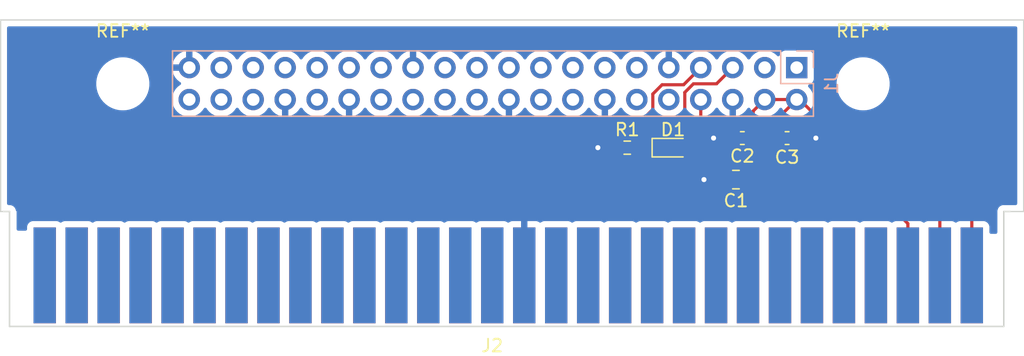
<source format=kicad_pcb>
(kicad_pcb (version 20211014) (generator pcbnew)
  (layers (0 "F.Cu" signal) (31 "B.Cu" signal) (34 "B.Paste" user) (35 "F.Paste" user) (36 "B.SilkS" user "B.Silkscreen") (37 "F.SilkS" user "F.Silkscreen") (38 "B.Mask" user) (39 "F.Mask" user) (44 "Edge.Cuts" user))
  (net 0 "")
  (net 1 "+5V")
  (net 2 "GND")
  (net 3 "Net-(D1-Pad1)")
  (net 4 "Net-(D1-Pad2)")
  (net 7 "POWER")
  (net 8 "FAN_CTRL")
  (footprint "Capacitor_SMD:C_0805_2012Metric_Pad1.18x1.45mm_HandSolder" (layer "F.Cu") (at 165.1 88.9 180)
    (fp_text reference "C1" (at 0 -1.68) (layer "F.SilkS"))
    (fp_text value "10uF")
    (fp_line (start -0.261252 -0.735) (end 0.261252 -0.735) (layer "F.SilkS") (width 0.12))
    (fp_line (start -0.261252 0.735) (end 0.261252 0.735) (layer "F.SilkS") (width 0.12))
    (pad "1" smd roundrect locked (at -1.0375 0 180) (size 1.175 1.45) (layers "F.Cu" "F.Paste" "F.Mask") (roundrect_rratio 0.212766) (net 1 "+5V"))
    (pad "2" smd roundrect locked (at 1.0375 0 180) (size 1.175 1.45) (layers "F.Cu" "F.Paste" "F.Mask") (roundrect_rratio 0.212766) (net 2 "GND"))
  )
  (footprint "Capacitor_SMD:C_0603_1608Metric_Pad1.08x0.95mm_HandSolder" (layer "F.Cu") (at 165.608 85.598 180)
    (fp_text reference "C2" (at 0 -1.43) (layer "F.SilkS"))
    (fp_text value "10nF")
    (fp_line (start -0.146267 0.51) (end 0.146267 0.51) (layer "F.SilkS") (width 0.12))
    (fp_line (start -0.146267 -0.51) (end 0.146267 -0.51) (layer "F.SilkS") (width 0.12))
    (pad "1" smd roundrect locked (at -0.8625 0 180) (size 1.075 0.95) (layers "F.Cu" "F.Paste" "F.Mask") (net 1 "+5V"))
    (pad "2" smd roundrect locked (at 0.8625 0 180) (size 1.075 0.95) (layers "F.Cu" "F.Paste" "F.Mask") (net 2 "GND"))
  )
  (footprint "LED_SMD:LED_0603_1608Metric_Pad1.05x0.95mm_HandSolder" (layer "F.Cu") (at 160.1 86.36)
    (fp_text reference "D1" (at 0 -1.43) (layer "F.SilkS"))
    (fp_text value "LED")
    (fp_line (start -1.66 0.735) (end 0.8 0.735) (layer "F.SilkS") (width 0.12))
    (fp_line (start -1.66 -0.735) (end -1.66 0.735) (layer "F.SilkS") (width 0.12))
    (fp_line (start 0.8 -0.735) (end -1.66 -0.735) (layer "F.SilkS") (width 0.12))
    (pad "1" smd roundrect locked (at -0.875 0) (size 1.05 0.95) (layers "F.Cu" "F.Paste" "F.Mask") (net 3 "Net-(D1-Pad1)"))
    (pad "2" smd roundrect locked (at 0.875 0) (size 1.05 0.95) (layers "F.Cu" "F.Paste" "F.Mask") (net 4 "Net-(D1-Pad2)"))
  )
  (footprint "MountingHole:MountingHole_3.2mm_M3" (layer "F.Cu") (at 116.388 81.28)
    (fp_text reference "REF**" (at 0 -4.2) (layer "F.SilkS"))
    (fp_text value "MountingHole_3.2mm_M3")
    (pad "" np_thru_hole circle locked (at 0 0) (size 3.2 3.2) (drill 3.2) (layers *.Cu *.Mask))
  )
  (footprint "Capacitor_SMD:C_0603_1608Metric_Pad1.08x0.95mm_HandSolder" (layer "F.Cu") (at 169.164 85.598)
    (fp_text reference "C3" (at 0 1.524) (layer "F.SilkS"))
    (fp_text value "10nF")
    (fp_line (start -0.146267 -0.51) (end 0.146267 -0.51) (layer "F.SilkS") (width 0.12))
    (fp_line (start -0.146267 0.51) (end 0.146267 0.51) (layer "F.SilkS") (width 0.12))
    (pad "1" smd roundrect locked (at -0.8625 0) (size 1.075 0.95) (layers "F.Cu" "F.Paste" "F.Mask") (net 1 "+5V"))
    (pad "2" smd roundrect locked (at 0.8625 0) (size 1.075 0.95) (layers "F.Cu" "F.Paste" "F.Mask") (net 2 "GND"))
  )
  (footprint "Connector_TheRLab:NES_PCBEdge" (layer "F.Cu") (at 145.74 96.52)
    (fp_text reference "J2" (at 0 5.588) (layer "F.SilkS"))
    (fp_text value "RPI")
    (fp_line (start 40.64 -5.08) (end 41.148 -5.08) (layer "Edge.Cuts") (width 0.12))
    (fp_line (start 40.64 4.064) (end -38.354 4.064) (layer "Edge.Cuts") (width 0.12))
    (fp_line (start 40.64 4.064) (end 40.64 -5.08) (layer "Edge.Cuts") (width 0.12))
    (fp_line (start -38.862 -5.08) (end -38.354 -5.08) (layer "Edge.Cuts") (width 0.12))
    (fp_line (start -38.354 -5.08) (end -38.354 4.064) (layer "Edge.Cuts") (width 0.12))
    (pad "1" connect rect locked (at 38.1 0) (size 1.78 7.62) (layers "B.Cu" "B.Mask") (net 1 "+5V"))
    (pad "1" connect rect locked (at 38.1 0) (size 1.78 7.62) (layers "F.Cu" "F.Mask") (net 1 "+5V"))
    (pad "2" connect rect locked (at 35.56 0) (size 1.78 7.62) (layers "B.Cu" "B.Mask") (net 7 "POWER"))
    (pad "2" connect rect locked (at 35.56 0) (size 1.78 7.62) (layers "F.Cu" "F.Mask") (net 7 "POWER"))
    (pad "3" connect rect locked (at 33.02 0) (size 1.78 7.62) (layers "B.Cu" "B.Mask") (net 8 "FAN_CTRL"))
    (pad "3" connect rect locked (at 33.02 0) (size 1.78 7.62) (layers "F.Cu" "F.Mask") (net 8 "FAN_CTRL"))
    (pad "4" connect rect locked (at 30.48 0) (size 1.78 7.62) (layers "F.Cu" "F.Mask"))
    (pad "4" connect rect locked (at 30.48 0) (size 1.78 7.62) (layers "B.Cu" "B.Mask"))
    (pad "5" connect rect locked (at 27.94 0) (size 1.78 7.62) (layers "F.Cu" "F.Mask"))
    (pad "5" connect rect locked (at 27.94 0) (size 1.78 7.62) (layers "B.Cu" "B.Mask"))
    (pad "6" connect rect locked (at 25.4 0) (size 1.78 7.62) (layers "F.Cu" "F.Mask"))
    (pad "6" connect rect locked (at 25.4 0) (size 1.78 7.62) (layers "B.Cu" "B.Mask"))
    (pad "7" connect rect locked (at 22.86 0) (size 1.78 7.62) (layers "F.Cu" "F.Mask"))
    (pad "7" connect rect locked (at 22.86 0) (size 1.78 7.62) (layers "B.Cu" "B.Mask"))
    (pad "8" connect rect locked (at 20.32 0) (size 1.78 7.62) (layers "B.Cu" "B.Mask"))
    (pad "8" connect rect locked (at 20.32 0) (size 1.78 7.62) (layers "F.Cu" "F.Mask"))
    (pad "9" connect rect locked (at 17.78 0) (size 1.78 7.62) (layers "B.Cu" "B.Mask"))
    (pad "9" connect rect locked (at 17.78 0) (size 1.78 7.62) (layers "F.Cu" "F.Mask"))
    (pad "10" connect rect locked (at 15.24 0) (size 1.78 7.62) (layers "B.Cu" "B.Mask"))
    (pad "10" connect rect locked (at 15.24 0) (size 1.78 7.62) (layers "F.Cu" "F.Mask"))
    (pad "11" connect rect locked (at 12.7 0) (size 1.78 7.62) (layers "F.Cu" "F.Mask"))
    (pad "11" connect rect locked (at 12.7 0) (size 1.78 7.62) (layers "B.Cu" "B.Mask"))
    (pad "12" connect rect locked (at 10.16 0) (size 1.78 7.62) (layers "F.Cu" "F.Mask"))
    (pad "12" connect rect locked (at 10.16 0) (size 1.78 7.62) (layers "B.Cu" "B.Mask"))
    (pad "13" connect rect locked (at 7.62 0) (size 1.78 7.62) (layers "B.Cu" "B.Mask"))
    (pad "13" connect rect locked (at 7.62 0) (size 1.78 7.62) (layers "F.Cu" "F.Mask"))
    (pad "14" connect rect locked (at 5.08 0) (size 1.78 7.62) (layers "F.Cu" "F.Mask"))
    (pad "14" connect rect locked (at 5.08 0) (size 1.78 7.62) (layers "B.Cu" "B.Mask"))
    (pad "15" connect rect locked (at 2.54 0) (size 1.78 7.62) (layers "F.Cu" "F.Mask") (net 2 "GND"))
    (pad "15" connect rect locked (at 2.54 0) (size 1.78 7.62) (layers "B.Cu" "B.Mask") (net 2 "GND"))
    (pad "16" connect rect locked (at 0 0) (size 1.78 7.62) (layers "F.Cu" "F.Mask"))
    (pad "16" connect rect locked (at 0 0) (size 1.78 7.62) (layers "B.Cu" "B.Mask"))
    (pad "17" connect rect locked (at -2.54 0) (size 1.78 7.62) (layers "F.Cu" "F.Mask"))
    (pad "17" connect rect locked (at -2.54 0) (size 1.78 7.62) (layers "B.Cu" "B.Mask"))
    (pad "18" connect rect locked (at -5.08 0) (size 1.78 7.62) (layers "F.Cu" "F.Mask"))
    (pad "18" connect rect locked (at -5.08 0) (size 1.78 7.62) (layers "B.Cu" "B.Mask"))
    (pad "19" connect rect locked (at -7.62 0) (size 1.78 7.62) (layers "F.Cu" "F.Mask"))
    (pad "19" connect rect locked (at -7.62 0) (size 1.78 7.62) (layers "B.Cu" "B.Mask"))
    (pad "20" connect rect locked (at -10.16 0) (size 1.78 7.62) (layers "B.Cu" "B.Mask"))
    (pad "20" connect rect locked (at -10.16 0) (size 1.78 7.62) (layers "F.Cu" "F.Mask"))
    (pad "21" connect rect locked (at -12.7 0) (size 1.78 7.62) (layers "F.Cu" "F.Mask"))
    (pad "21" connect rect locked (at -12.7 0) (size 1.78 7.62) (layers "B.Cu" "B.Mask"))
    (pad "22" connect rect locked (at -15.24 0) (size 1.78 7.62) (layers "B.Cu" "B.Mask"))
    (pad "22" connect rect locked (at -15.24 0) (size 1.78 7.62) (layers "F.Cu" "F.Mask"))
    (pad "23" connect rect locked (at -17.78 0) (size 1.78 7.62) (layers "B.Cu" "B.Mask"))
    (pad "23" connect rect locked (at -17.78 0) (size 1.78 7.62) (layers "F.Cu" "F.Mask"))
    (pad "24" connect rect locked (at -20.32 0) (size 1.78 7.62) (layers "B.Cu" "B.Mask"))
    (pad "24" connect rect locked (at -20.32 0) (size 1.78 7.62) (layers "F.Cu" "F.Mask"))
    (pad "25" connect rect locked (at -22.86 0) (size 1.78 7.62) (layers "F.Cu" "F.Mask"))
    (pad "25" connect rect locked (at -22.86 0) (size 1.78 7.62) (layers "B.Cu" "B.Mask"))
    (pad "26" connect rect locked (at -25.4 0) (size 1.78 7.62) (layers "B.Cu" "B.Mask"))
    (pad "26" connect rect locked (at -25.4 0) (size 1.78 7.62) (layers "F.Cu" "F.Mask"))
    (pad "27" connect rect locked (at -27.94 0) (size 1.78 7.62) (layers "B.Cu" "B.Mask"))
    (pad "27" connect rect locked (at -27.94 0) (size 1.78 7.62) (layers "F.Cu" "F.Mask"))
    (pad "28" connect rect locked (at -30.48 0) (size 1.78 7.62) (layers "B.Cu" "B.Mask"))
    (pad "28" connect rect locked (at -30.48 0) (size 1.78 7.62) (layers "F.Cu" "F.Mask"))
    (pad "29" connect rect locked (at -33.02 0) (size 1.78 7.62) (layers "B.Cu" "B.Mask"))
    (pad "29" connect rect locked (at -33.02 0) (size 1.78 7.62) (layers "F.Cu" "F.Mask"))
    (pad "30" connect rect locked (at -35.56 0) (size 1.78 7.62) (layers "F.Cu" "F.Mask"))
    (pad "30" connect rect locked (at -35.56 0) (size 1.78 7.62) (layers "B.Cu" "B.Mask"))
  )
  (footprint "MountingHole:MountingHole_3.2mm_M3" (layer "F.Cu") (at 175.204 81.28)
    (fp_text reference "REF**" (at 0 -4.2) (layer "F.SilkS"))
    (fp_text value "MountingHole_3.2mm_M3")
    (pad "" np_thru_hole circle locked (at 0 0) (size 3.2 3.2) (drill 3.2) (layers *.Cu *.Mask))
  )
  (footprint "Resistor_SMD:R_0603_1608Metric_Pad0.98x0.95mm_HandSolder" (layer "F.Cu") (at 156.464 86.36)
    (fp_text reference "R1" (at 0 -1.43) (layer "F.SilkS"))
    (fp_text value "220")
    (fp_line (start -0.254724 0.5225) (end 0.254724 0.5225) (layer "F.SilkS") (width 0.12))
    (fp_line (start -0.254724 -0.5225) (end 0.254724 -0.5225) (layer "F.SilkS") (width 0.12))
    (pad "1" smd roundrect locked (at -0.9125 0) (size 0.975 0.95) (layers "F.Cu" "F.Paste" "F.Mask") (net 2 "GND"))
    (pad "2" smd roundrect locked (at 0.9125 0) (size 0.975 0.95) (layers "F.Cu" "F.Paste" "F.Mask") (net 3 "Net-(D1-Pad1)"))
  )
  (footprint "Connector_PinSocket_2.54mm:PinSocket_2x20_P2.54mm_Vertical" (layer "B.Cu") (at 169.926 79.99 90)
    (fp_text reference "J1" (at -1.27 2.77 90) (layer "B.SilkS") (effects (justify mirror)))
    (fp_text value "Raspberry_Pi_2_3")
    (fp_line (start -3.87 -49.59) (end 1.33 -49.59) (layer "B.SilkS") (width 0.12))
    (fp_line (start 1.33 1.33) (end 1.33 0) (layer "B.SilkS") (width 0.12))
    (fp_line (start 0 1.33) (end 1.33 1.33) (layer "B.SilkS") (width 0.12))
    (fp_line (start -1.27 1.33) (end -1.27 -1.27) (layer "B.SilkS") (width 0.12))
    (fp_line (start -1.27 -1.27) (end 1.33 -1.27) (layer "B.SilkS") (width 0.12))
    (fp_line (start 1.33 -1.27) (end 1.33 -49.59) (layer "B.SilkS") (width 0.12))
    (fp_line (start -3.87 1.33) (end -1.27 1.33) (layer "B.SilkS") (width 0.12))
    (fp_line (start -3.87 1.33) (end -3.87 -49.59) (layer "B.SilkS") (width 0.12))
    (pad "1" thru_hole rect locked (at 0 0 90) (size 1.7 1.7) (drill 1) (layers *.Cu *.Mask))
    (pad "2" thru_hole oval locked (at -2.54 0 90) (size 1.7 1.7) (drill 1) (layers *.Cu *.Mask) (net 1 "+5V"))
    (pad "3" thru_hole oval locked (at 0 -2.54 90) (size 1.7 1.7) (drill 1) (layers *.Cu *.Mask))
    (pad "4" thru_hole oval locked (at -2.54 -2.54 90) (size 1.7 1.7) (drill 1) (layers *.Cu *.Mask) (net 1 "+5V"))
    (pad "5" thru_hole oval locked (at 0 -5.08 90) (size 1.7 1.7) (drill 1) (layers *.Cu *.Mask) (net 7 "POWER"))
    (pad "6" thru_hole oval locked (at -2.54 -5.08 90) (size 1.7 1.7) (drill 1) (layers *.Cu *.Mask) (net 2 "GND"))
    (pad "7" thru_hole oval locked (at 0 -7.62 90) (size 1.7 1.7) (drill 1) (layers *.Cu *.Mask) (net 8 "FAN_CTRL"))
    (pad "8" thru_hole oval locked (at -2.54 -7.62 90) (size 1.7 1.7) (drill 1) (layers *.Cu *.Mask) (net 4 "Net-(D1-Pad2)"))
    (pad "9" thru_hole oval locked (at 0 -10.16 90) (size 1.7 1.7) (drill 1) (layers *.Cu *.Mask) (net 2 "GND"))
    (pad "10" thru_hole oval locked (at -2.54 -10.16 90) (size 1.7 1.7) (drill 1) (layers *.Cu *.Mask))
    (pad "11" thru_hole oval locked (at 0 -12.7 90) (size 1.7 1.7) (drill 1) (layers *.Cu *.Mask))
    (pad "12" thru_hole oval locked (at -2.54 -12.7 90) (size 1.7 1.7) (drill 1) (layers *.Cu *.Mask))
    (pad "13" thru_hole oval locked (at 0 -15.24 90) (size 1.7 1.7) (drill 1) (layers *.Cu *.Mask))
    (pad "14" thru_hole oval locked (at -2.54 -15.24 90) (size 1.7 1.7) (drill 1) (layers *.Cu *.Mask) (net 2 "GND"))
    (pad "15" thru_hole oval locked (at 0 -17.78 90) (size 1.7 1.7) (drill 1) (layers *.Cu *.Mask))
    (pad "16" thru_hole oval locked (at -2.54 -17.78 90) (size 1.7 1.7) (drill 1) (layers *.Cu *.Mask))
    (pad "17" thru_hole oval locked (at 0 -20.32 90) (size 1.7 1.7) (drill 1) (layers *.Cu *.Mask))
    (pad "18" thru_hole oval locked (at -2.54 -20.32 90) (size 1.7 1.7) (drill 1) (layers *.Cu *.Mask))
    (pad "19" thru_hole oval locked (at 0 -22.86 90) (size 1.7 1.7) (drill 1) (layers *.Cu *.Mask))
    (pad "20" thru_hole oval locked (at -2.54 -22.86 90) (size 1.7 1.7) (drill 1) (layers *.Cu *.Mask) (net 2 "GND"))
    (pad "21" thru_hole oval locked (at 0 -25.4 90) (size 1.7 1.7) (drill 1) (layers *.Cu *.Mask))
    (pad "22" thru_hole oval locked (at -2.54 -25.4 90) (size 1.7 1.7) (drill 1) (layers *.Cu *.Mask))
    (pad "23" thru_hole oval locked (at 0 -27.94 90) (size 1.7 1.7) (drill 1) (layers *.Cu *.Mask))
    (pad "24" thru_hole oval locked (at -2.54 -27.94 90) (size 1.7 1.7) (drill 1) (layers *.Cu *.Mask))
    (pad "25" thru_hole oval locked (at 0 -30.48 90) (size 1.7 1.7) (drill 1) (layers *.Cu *.Mask) (net 2 "GND"))
    (pad "26" thru_hole oval locked (at -2.54 -30.48 90) (size 1.7 1.7) (drill 1) (layers *.Cu *.Mask))
    (pad "27" thru_hole oval locked (at 0 -33.02 90) (size 1.7 1.7) (drill 1) (layers *.Cu *.Mask))
    (pad "28" thru_hole oval locked (at -2.54 -33.02 90) (size 1.7 1.7) (drill 1) (layers *.Cu *.Mask))
    (pad "29" thru_hole oval locked (at 0 -35.56 90) (size 1.7 1.7) (drill 1) (layers *.Cu *.Mask))
    (pad "30" thru_hole oval locked (at -2.54 -35.56 90) (size 1.7 1.7) (drill 1) (layers *.Cu *.Mask) (net 2 "GND"))
    (pad "31" thru_hole oval locked (at 0 -38.1 90) (size 1.7 1.7) (drill 1) (layers *.Cu *.Mask))
    (pad "32" thru_hole oval locked (at -2.54 -38.1 90) (size 1.7 1.7) (drill 1) (layers *.Cu *.Mask))
    (pad "33" thru_hole oval locked (at 0 -40.64 90) (size 1.7 1.7) (drill 1) (layers *.Cu *.Mask))
    (pad "34" thru_hole oval locked (at -2.54 -40.64 90) (size 1.7 1.7) (drill 1) (layers *.Cu *.Mask) (net 2 "GND"))
    (pad "35" thru_hole oval locked (at 0 -43.18 90) (size 1.7 1.7) (drill 1) (layers *.Cu *.Mask))
    (pad "36" thru_hole oval locked (at -2.54 -43.18 90) (size 1.7 1.7) (drill 1) (layers *.Cu *.Mask))
    (pad "37" thru_hole oval locked (at 0 -45.72 90) (size 1.7 1.7) (drill 1) (layers *.Cu *.Mask))
    (pad "38" thru_hole oval locked (at -2.54 -45.72 90) (size 1.7 1.7) (drill 1) (layers *.Cu *.Mask))
    (pad "39" thru_hole oval locked (at 0 -48.26 90) (size 1.7 1.7) (drill 1) (layers *.Cu *.Mask) (net 2 "GND"))
    (pad "40" thru_hole oval locked (at -2.54 -48.26 90) (size 1.7 1.7) (drill 1) (layers *.Cu *.Mask))
  )
  (gr_line (start 187.96 91.44) (end 187.96 76.2) (layer "Edge.Cuts") (width 0.1))
  (gr_line (start 106.68 91.44) (end 106.878 91.44) (layer "Edge.Cuts") (width 0.1))
  (gr_line (start 106.68 76.2) (end 106.68 91.44) (layer "Edge.Cuts") (width 0.1))
  (gr_line (start 187.96 76.2) (end 106.68 76.2) (layer "Edge.Cuts") (width 0.1))
  (gr_line (start 186.888 91.44) (end 187.96 91.44) (layer "Edge.Cuts") (width 0.1))
  (segment (start 168.3015 84.1545) (end 169.926 82.53) (width 0.25) (layer "F.Cu") (net 1))
  (segment (start 173.482 85.852) (end 170.16 82.53) (width 0.25) (layer "F.Cu") (net 1))
  (segment (start 170.16 82.53) (end 169.926 82.53) (width 0.25) (layer "F.Cu") (net 1))
  (segment (start 183.84 90.114) (end 179.578 85.852) (width 0.25) (layer "F.Cu") (net 1))
  (segment (start 166.4705 85.598) (end 166.4705 88.567) (width 0.25) (layer "F.Cu") (net 1))
  (segment (start 166.4705 85.598) (end 166.4705 83.4455) (width 0.25) (layer "F.Cu") (net 1))
  (segment (start 179.578 85.852) (end 173.482 85.852) (width 0.25) (layer "F.Cu") (net 1))
  (segment (start 183.84 96.52) (end 183.84 90.114) (width 0.25) (layer "F.Cu") (net 1))
  (segment (start 166.4705 88.567) (end 166.1375 88.9) (width 0.25) (layer "F.Cu") (net 1))
  (segment (start 167.386 82.53) (end 169.926 82.53) (width 0.25) (layer "F.Cu") (net 1))
  (segment (start 166.4705 85.598) (end 168.3015 85.598) (width 0.25) (layer "F.Cu") (net 1))
  (segment (start 168.3015 85.598) (end 168.3015 84.1545) (width 0.25) (layer "F.Cu") (net 1))
  (segment (start 166.4705 83.4455) (end 167.386 82.53) (width 0.25) (layer "F.Cu") (net 1))
  (segment (start 154.1305 86.36) (end 155.5515 86.36) (width 0.25) (layer "F.Cu") (net 2))
  (segment (start 170.0265 85.598) (end 171.45 85.598) (width 0.25) (layer "F.Cu") (net 2))
  (segment (start 163.322 85.598) (end 164.7455 85.598) (width 0.25) (layer "F.Cu") (net 2))
  (segment (start 162.56 88.9) (end 164.0625 88.9) (width 0.25) (layer "F.Cu") (net 2))
  (via (at 154.1305 86.36) (size 0.8) (drill 0.4) (layers "F.Cu" "B.Cu") (net 2))
  (via (at 162.56 88.9) (size 0.8) (drill 0.4) (layers "F.Cu" "B.Cu") (net 2))
  (via (at 163.322 85.598) (size 0.8) (drill 0.4) (layers "F.Cu" "B.Cu") (net 2))
  (via (at 171.45 85.598) (size 0.8) (drill 0.4) (layers "F.Cu" "B.Cu") (net 2))
  (segment (start 157.3765 86.36) (end 159.225 86.36) (width 0.25) (layer "F.Cu") (net 3))
  (segment (start 162.306 85.029) (end 162.306 82.53) (width 0.25) (layer "F.Cu") (net 4))
  (segment (start 160.975 86.36) (end 162.306 85.029) (width 0.25) (layer "F.Cu") (net 4))
  (segment (start 181.3 91.892) (end 181.3 96.52) (width 0.25) (layer "F.Cu") (net 7))
  (segment (start 163.556 81.28) (end 161.719149 81.28) (width 0.25) (layer "F.Cu") (net 7))
  (segment (start 160.125 90.021) (end 160.782 90.678) (width 0.25) (layer "F.Cu") (net 7))
  (segment (start 160.782 90.678) (end 180.086 90.678) (width 0.25) (layer "F.Cu") (net 7))
  (segment (start 161.036 84.201) (end 160.125 85.112) (width 0.25) (layer "F.Cu") (net 7))
  (segment (start 161.036 81.963149) (end 161.036 84.201) (width 0.25) (layer "F.Cu") (net 7))
  (segment (start 160.125 85.112) (end 160.125 90.021) (width 0.25) (layer "F.Cu") (net 7))
  (segment (start 164.846 79.99) (end 163.556 81.28) (width 0.25) (layer "F.Cu") (net 7))
  (segment (start 161.719149 81.28) (end 161.036 81.963149) (width 0.25) (layer "F.Cu") (net 7))
  (segment (start 180.086 90.678) (end 181.3 91.892) (width 0.25) (layer "F.Cu") (net 7))
  (segment (start 157.226 91.44) (end 156.564 90.778) (width 0.25) (layer "F.Cu") (net 8))
  (segment (start 160.941 81.355) (end 162.306 79.99) (width 0.25) (layer "F.Cu") (net 8))
  (segment (start 158.496 82.09015) (end 159.23115 81.355) (width 0.25) (layer "F.Cu") (net 8))
  (segment (start 159.23115 81.355) (end 160.941 81.355) (width 0.25) (layer "F.Cu") (net 8))
  (segment (start 158.496 83.312) (end 158.496 82.09015) (width 0.25) (layer "F.Cu") (net 8))
  (segment (start 156.564 90.778) (end 156.564 85.244) (width 0.25) (layer "F.Cu") (net 8))
  (segment (start 177.8 91.44) (end 157.226 91.44) (width 0.25) (layer "F.Cu") (net 8))
  (segment (start 156.564 85.244) (end 158.496 83.312) (width 0.25) (layer "F.Cu") (net 8))
  (segment (start 178.76 96.52) (end 178.76 92.4) (width 0.25) (layer "F.Cu") (net 8))
  (segment (start 178.76 92.4) (end 177.8 91.44) (width 0.25) (layer "F.Cu") (net 8))
  (zone (net 2) (net_name "GND") (layer "B.Cu") (connect_pads (clearance 0.508)) (min_thickness 0.254) (fill yes (thermal_gap 0.508) (thermal_bridge_width 0.508))
    (polygon (pts (xy 187.96 91.44) (xy 106.68 91.44) (xy 106.68 76.2) (xy 187.96 76.2)))
  )
  (zone (net 2) (net_name "GND") (layer "B.Cu") (connect_pads (clearance 0.508)) (min_thickness 0.254) (fill yes (thermal_gap 0.508) (thermal_bridge_width 0.508))
    (polygon (pts (xy 185.928 93.218) (xy 107.95 92.964) (xy 107.95 91.186) (xy 185.928 91.186)))
  )
)
</source>
